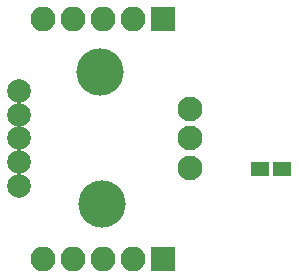
<source format=gbr>
G04 #@! TF.FileFunction,Soldermask,Top*
%FSLAX46Y46*%
G04 Gerber Fmt 4.6, Leading zero omitted, Abs format (unit mm)*
G04 Created by KiCad (PCBNEW 4.0.6) date 11/25/17 14:25:30*
%MOMM*%
%LPD*%
G01*
G04 APERTURE LIST*
%ADD10C,0.100000*%
%ADD11C,2.000000*%
%ADD12C,2.100000*%
%ADD13C,4.000000*%
%ADD14R,2.100000X2.100000*%
%ADD15O,2.100000X2.100000*%
%ADD16R,1.600000X1.150000*%
G04 APERTURE END LIST*
D10*
D11*
X106694600Y-100762900D03*
X106694600Y-104762900D03*
D12*
X121194600Y-102762900D03*
D13*
X113694600Y-108362900D03*
D12*
X121194600Y-105262900D03*
X121194600Y-100262900D03*
D11*
X106694600Y-102762900D03*
X106694600Y-98762900D03*
X106694600Y-106762900D03*
D13*
X113594600Y-97162900D03*
D14*
X118901600Y-92666400D03*
D15*
X116361600Y-92666400D03*
X113821600Y-92666400D03*
X111281600Y-92666400D03*
X108741600Y-92666400D03*
D16*
X128995600Y-105366400D03*
X127095600Y-105366400D03*
D14*
X118907570Y-112977492D03*
D15*
X116367570Y-112977492D03*
X113827570Y-112977492D03*
X111287570Y-112977492D03*
X108747570Y-112977492D03*
M02*

</source>
